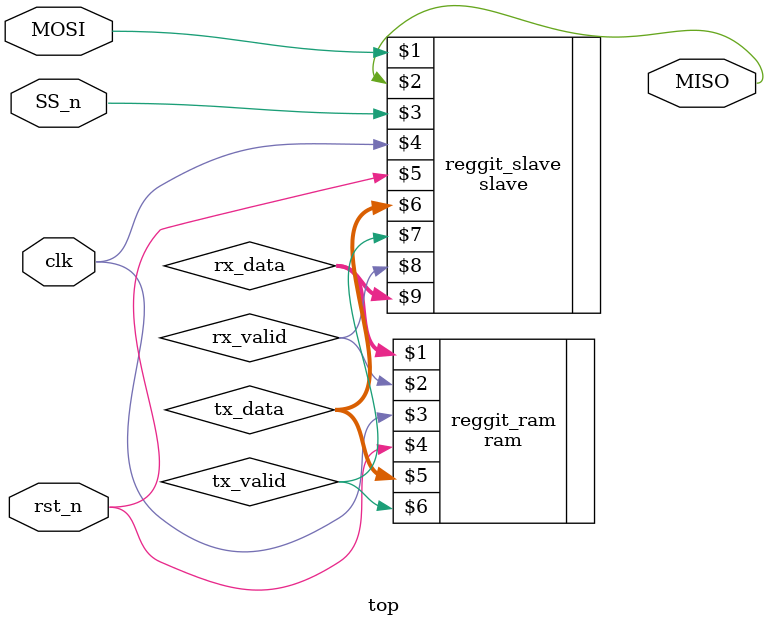
<source format=v>
module top(MOSI,SS_n,clk,rst_n,MISO);

    input MOSI;
    input SS_n;
    input clk,rst_n;

    wire tx_valid;
    wire [7:0] tx_data;
    wire rx_valid;
    wire [9:0] rx_data; 

    output MISO;
    

    slave reggit_slave(MOSI,MISO,SS_n,clk,rst_n,tx_data,tx_valid,rx_valid,rx_data);
    ram reggit_ram(rx_data,rx_valid,clk,rst_n,tx_data,tx_valid);

endmodule
</source>
